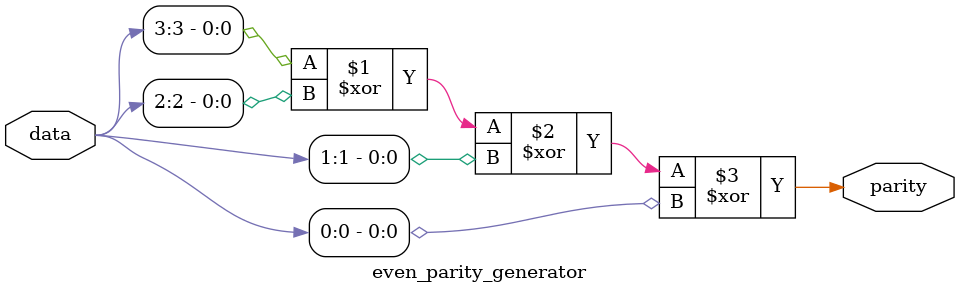
<source format=v>

module even_parity_generator(input [3:0] data,
                             output parity
                             );

                             assign parity = data[3] ^ data[2] ^ data[1] ^ data[0];

endmodule

</source>
